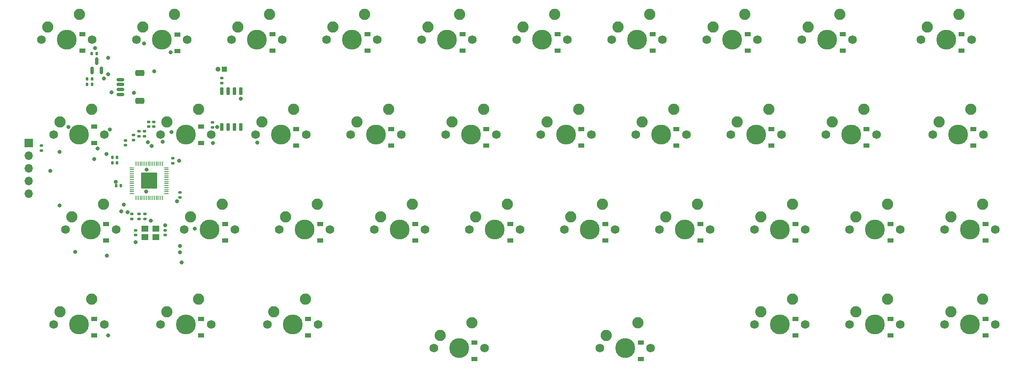
<source format=gbr>
%TF.GenerationSoftware,KiCad,Pcbnew,(6.0.7-1)-1*%
%TF.CreationDate,2022-08-08T11:53:52-04:00*%
%TF.ProjectId,shortiepie2040,73686f72-7469-4657-9069-65323034302e,rev?*%
%TF.SameCoordinates,Original*%
%TF.FileFunction,Soldermask,Bot*%
%TF.FilePolarity,Negative*%
%FSLAX46Y46*%
G04 Gerber Fmt 4.6, Leading zero omitted, Abs format (unit mm)*
G04 Created by KiCad (PCBNEW (6.0.7-1)-1) date 2022-08-08 11:53:52*
%MOMM*%
%LPD*%
G01*
G04 APERTURE LIST*
G04 Aperture macros list*
%AMRoundRect*
0 Rectangle with rounded corners*
0 $1 Rounding radius*
0 $2 $3 $4 $5 $6 $7 $8 $9 X,Y pos of 4 corners*
0 Add a 4 corners polygon primitive as box body*
4,1,4,$2,$3,$4,$5,$6,$7,$8,$9,$2,$3,0*
0 Add four circle primitives for the rounded corners*
1,1,$1+$1,$2,$3*
1,1,$1+$1,$4,$5*
1,1,$1+$1,$6,$7*
1,1,$1+$1,$8,$9*
0 Add four rect primitives between the rounded corners*
20,1,$1+$1,$2,$3,$4,$5,0*
20,1,$1+$1,$4,$5,$6,$7,0*
20,1,$1+$1,$6,$7,$8,$9,0*
20,1,$1+$1,$8,$9,$2,$3,0*%
G04 Aperture macros list end*
%ADD10C,1.750000*%
%ADD11C,2.250000*%
%ADD12C,3.987800*%
%ADD13RoundRect,0.050000X0.387500X0.050000X-0.387500X0.050000X-0.387500X-0.050000X0.387500X-0.050000X0*%
%ADD14RoundRect,0.050000X0.050000X0.387500X-0.050000X0.387500X-0.050000X-0.387500X0.050000X-0.387500X0*%
%ADD15RoundRect,0.144000X1.456000X1.456000X-1.456000X1.456000X-1.456000X-1.456000X1.456000X-1.456000X0*%
%ADD16R,1.400000X1.200000*%
%ADD17RoundRect,0.150000X0.150000X-0.587500X0.150000X0.587500X-0.150000X0.587500X-0.150000X-0.587500X0*%
%ADD18RoundRect,0.150000X-0.150000X0.650000X-0.150000X-0.650000X0.150000X-0.650000X0.150000X0.650000X0*%
%ADD19R,1.000000X1.000000*%
%ADD20O,1.000000X1.000000*%
%ADD21RoundRect,0.135000X0.185000X-0.135000X0.185000X0.135000X-0.185000X0.135000X-0.185000X-0.135000X0*%
%ADD22RoundRect,0.135000X-0.185000X0.135000X-0.185000X-0.135000X0.185000X-0.135000X0.185000X0.135000X0*%
%ADD23R,1.700000X1.700000*%
%ADD24O,1.700000X1.700000*%
%ADD25RoundRect,0.150000X-0.625000X0.150000X-0.625000X-0.150000X0.625000X-0.150000X0.625000X0.150000X0*%
%ADD26RoundRect,0.250000X-0.650000X0.350000X-0.650000X-0.350000X0.650000X-0.350000X0.650000X0.350000X0*%
%ADD27R,1.200000X0.900000*%
%ADD28RoundRect,0.140000X0.140000X0.170000X-0.140000X0.170000X-0.140000X-0.170000X0.140000X-0.170000X0*%
%ADD29RoundRect,0.140000X0.170000X-0.140000X0.170000X0.140000X-0.170000X0.140000X-0.170000X-0.140000X0*%
%ADD30RoundRect,0.140000X-0.170000X0.140000X-0.170000X-0.140000X0.170000X-0.140000X0.170000X0.140000X0*%
%ADD31C,0.800000*%
G04 APERTURE END LIST*
D10*
%TO.C,MX2*%
X61936250Y-74350000D03*
X51776250Y-74350000D03*
D11*
X53046250Y-71810000D03*
D12*
X56856250Y-74350000D03*
D11*
X59396250Y-69270000D03*
%TD*%
D13*
%TO.C,U1*%
X74387500Y-81000000D03*
X74387500Y-81400000D03*
X74387500Y-81800000D03*
X74387500Y-82200000D03*
X74387500Y-82600000D03*
X74387500Y-83000000D03*
X74387500Y-83400000D03*
X74387500Y-83800000D03*
X74387500Y-84200000D03*
X74387500Y-84600000D03*
X74387500Y-85000000D03*
X74387500Y-85400000D03*
X74387500Y-85800000D03*
X74387500Y-86200000D03*
D14*
X73550000Y-87037500D03*
X73150000Y-87037500D03*
X72750000Y-87037500D03*
X72350000Y-87037500D03*
X71950000Y-87037500D03*
X71550000Y-87037500D03*
X71150000Y-87037500D03*
X70750000Y-87037500D03*
X70350000Y-87037500D03*
X69950000Y-87037500D03*
X69550000Y-87037500D03*
X69150000Y-87037500D03*
X68750000Y-87037500D03*
X68350000Y-87037500D03*
D13*
X67512500Y-86200000D03*
X67512500Y-85800000D03*
X67512500Y-85400000D03*
X67512500Y-85000000D03*
X67512500Y-84600000D03*
X67512500Y-84200000D03*
X67512500Y-83800000D03*
X67512500Y-83400000D03*
X67512500Y-83000000D03*
X67512500Y-82600000D03*
X67512500Y-82200000D03*
X67512500Y-81800000D03*
X67512500Y-81400000D03*
X67512500Y-81000000D03*
D14*
X68350000Y-80162500D03*
X68750000Y-80162500D03*
X69150000Y-80162500D03*
X69550000Y-80162500D03*
X69950000Y-80162500D03*
X70350000Y-80162500D03*
X70750000Y-80162500D03*
X71150000Y-80162500D03*
X71550000Y-80162500D03*
X71950000Y-80162500D03*
X72350000Y-80162500D03*
X72750000Y-80162500D03*
X73150000Y-80162500D03*
X73550000Y-80162500D03*
D15*
X70950000Y-83600000D03*
%TD*%
D10*
%TO.C,MX36*%
X238148750Y-74350000D03*
X227988750Y-74350000D03*
D11*
X229258750Y-71810000D03*
D12*
X233068750Y-74350000D03*
D11*
X235608750Y-69270000D03*
%TD*%
D16*
%TO.C,Y1*%
X70100000Y-93200000D03*
X72300000Y-93200000D03*
X72300000Y-94900000D03*
X70100000Y-94900000D03*
%TD*%
D17*
%TO.C,U3*%
X61400000Y-61487500D03*
X59500000Y-61487500D03*
X60450000Y-59612500D03*
%TD*%
D18*
%TO.C,U2*%
X85495000Y-65650000D03*
X86765000Y-65650000D03*
X88035000Y-65650000D03*
X89305000Y-65650000D03*
X89305000Y-72850000D03*
X88035000Y-72850000D03*
X86765000Y-72850000D03*
X85495000Y-72850000D03*
%TD*%
D19*
%TO.C,SW1*%
X86050000Y-61250000D03*
D20*
X84780000Y-61250000D03*
%TD*%
D21*
%TO.C,R_RST1*%
X49350000Y-76540000D03*
X49350000Y-77560000D03*
%TD*%
D22*
%TO.C,R_Flash1*%
X85500000Y-62990000D03*
X85500000Y-64010000D03*
%TD*%
%TO.C,R_DATA2*%
X68900000Y-73690000D03*
X68900000Y-74710000D03*
%TD*%
%TO.C,R_DATA1*%
X70000000Y-73690000D03*
X70000000Y-74710000D03*
%TD*%
D21*
%TO.C,R_Crystal1*%
X70100000Y-91260000D03*
X70100000Y-90240000D03*
%TD*%
D10*
%TO.C,MX38*%
X240530000Y-112450000D03*
X230370000Y-112450000D03*
D11*
X231640000Y-109910000D03*
D12*
X235450000Y-112450000D03*
D11*
X237990000Y-107370000D03*
%TD*%
D10*
%TO.C,MX37*%
X240530000Y-93400000D03*
X230370000Y-93400000D03*
D11*
X231640000Y-90860000D03*
D12*
X235450000Y-93400000D03*
D11*
X237990000Y-88320000D03*
%TD*%
D10*
%TO.C,MX35*%
X235767500Y-55300000D03*
X225607500Y-55300000D03*
D11*
X226877500Y-52760000D03*
D12*
X230687500Y-55300000D03*
D11*
X233227500Y-50220000D03*
%TD*%
D10*
%TO.C,MX34*%
X221480000Y-112450000D03*
X211320000Y-112450000D03*
D11*
X212590000Y-109910000D03*
D12*
X216400000Y-112450000D03*
D11*
X218940000Y-107370000D03*
%TD*%
D10*
%TO.C,MX33*%
X221480000Y-93400000D03*
X211320000Y-93400000D03*
D11*
X212590000Y-90860000D03*
D12*
X216400000Y-93400000D03*
D11*
X218940000Y-88320000D03*
%TD*%
D10*
%TO.C,MX32*%
X216717500Y-74350000D03*
X206557500Y-74350000D03*
D11*
X207827500Y-71810000D03*
D12*
X211637500Y-74350000D03*
D11*
X214177500Y-69270000D03*
%TD*%
D10*
%TO.C,MX31*%
X211955000Y-55300000D03*
X201795000Y-55300000D03*
D11*
X203065000Y-52760000D03*
D12*
X206875000Y-55300000D03*
D11*
X209415000Y-50220000D03*
%TD*%
D10*
%TO.C,MX30*%
X202430000Y-112450000D03*
X192270000Y-112450000D03*
D11*
X193540000Y-109910000D03*
D12*
X197350000Y-112450000D03*
D11*
X199890000Y-107370000D03*
%TD*%
D10*
%TO.C,MX29*%
X202430000Y-93400000D03*
X192270000Y-93400000D03*
D11*
X193540000Y-90860000D03*
D12*
X197350000Y-93400000D03*
D11*
X199890000Y-88320000D03*
%TD*%
D10*
%TO.C,MX28*%
X197667500Y-74350000D03*
X187507500Y-74350000D03*
D11*
X188777500Y-71810000D03*
D12*
X192587500Y-74350000D03*
D11*
X195127500Y-69270000D03*
%TD*%
D10*
%TO.C,MX27*%
X192905000Y-55300000D03*
X182745000Y-55300000D03*
D11*
X184015000Y-52760000D03*
D12*
X187825000Y-55300000D03*
D11*
X190365000Y-50220000D03*
%TD*%
D10*
%TO.C,MX26*%
X183380000Y-93400000D03*
X173220000Y-93400000D03*
D11*
X174490000Y-90860000D03*
D12*
X178300000Y-93400000D03*
D11*
X180840000Y-88320000D03*
%TD*%
D10*
%TO.C,MX25*%
X178617500Y-74350000D03*
X168457500Y-74350000D03*
D11*
X169727500Y-71810000D03*
D12*
X173537500Y-74350000D03*
D11*
X176077500Y-69270000D03*
%TD*%
D10*
%TO.C,MX24*%
X173855000Y-55300000D03*
X163695000Y-55300000D03*
D11*
X164965000Y-52760000D03*
D12*
X168775000Y-55300000D03*
D11*
X171315000Y-50220000D03*
%TD*%
D10*
%TO.C,MX23*%
X171473750Y-117212500D03*
X161313750Y-117212500D03*
D11*
X162583750Y-114672500D03*
D12*
X166393750Y-117212500D03*
D11*
X168933750Y-112132500D03*
%TD*%
D10*
%TO.C,MX22*%
X164330000Y-93400000D03*
X154170000Y-93400000D03*
D11*
X155440000Y-90860000D03*
D12*
X159250000Y-93400000D03*
D11*
X161790000Y-88320000D03*
%TD*%
D10*
%TO.C,MX21*%
X159567500Y-74350000D03*
X149407500Y-74350000D03*
D11*
X150677500Y-71810000D03*
D12*
X154487500Y-74350000D03*
D11*
X157027500Y-69270000D03*
%TD*%
D10*
%TO.C,MX20*%
X154805000Y-55300000D03*
X144645000Y-55300000D03*
D11*
X145915000Y-52760000D03*
D12*
X149725000Y-55300000D03*
D11*
X152265000Y-50220000D03*
%TD*%
D10*
%TO.C,MX19*%
X138136250Y-117212500D03*
X127976250Y-117212500D03*
D11*
X129246250Y-114672500D03*
D12*
X133056250Y-117212500D03*
D11*
X135596250Y-112132500D03*
%TD*%
%TO.C,MX18*%
X142740000Y-88320000D03*
D12*
X140200000Y-93400000D03*
D11*
X136390000Y-90860000D03*
D10*
X135120000Y-93400000D03*
X145280000Y-93400000D03*
%TD*%
%TO.C,MX17*%
X140517500Y-74350000D03*
X130357500Y-74350000D03*
D11*
X131627500Y-71810000D03*
D12*
X135437500Y-74350000D03*
D11*
X137977500Y-69270000D03*
%TD*%
D10*
%TO.C,MX16*%
X135755000Y-55300000D03*
X125595000Y-55300000D03*
D11*
X126865000Y-52760000D03*
D12*
X130675000Y-55300000D03*
D11*
X133215000Y-50220000D03*
%TD*%
D10*
%TO.C,MX15*%
X126230000Y-93400000D03*
X116070000Y-93400000D03*
D11*
X117340000Y-90860000D03*
D12*
X121150000Y-93400000D03*
D11*
X123690000Y-88320000D03*
%TD*%
D10*
%TO.C,MX14*%
X121467500Y-74350000D03*
X111307500Y-74350000D03*
D11*
X112577500Y-71810000D03*
D12*
X116387500Y-74350000D03*
D11*
X118927500Y-69270000D03*
%TD*%
D10*
%TO.C,MX13*%
X116705000Y-55300000D03*
X106545000Y-55300000D03*
D11*
X107815000Y-52760000D03*
D12*
X111625000Y-55300000D03*
D11*
X114165000Y-50220000D03*
%TD*%
D10*
%TO.C,MX12*%
X104798750Y-112450000D03*
X94638750Y-112450000D03*
D11*
X95908750Y-109910000D03*
D12*
X99718750Y-112450000D03*
D11*
X102258750Y-107370000D03*
%TD*%
D10*
%TO.C,MX11*%
X107180000Y-93400000D03*
X97020000Y-93400000D03*
D11*
X98290000Y-90860000D03*
D12*
X102100000Y-93400000D03*
D11*
X104640000Y-88320000D03*
%TD*%
D10*
%TO.C,MX10*%
X102417500Y-74350000D03*
X92257500Y-74350000D03*
D11*
X93527500Y-71810000D03*
D12*
X97337500Y-74350000D03*
D11*
X99877500Y-69270000D03*
%TD*%
D10*
%TO.C,MX9*%
X97655000Y-55300000D03*
X87495000Y-55300000D03*
D11*
X88765000Y-52760000D03*
D12*
X92575000Y-55300000D03*
D11*
X95115000Y-50220000D03*
%TD*%
D10*
%TO.C,MX8*%
X83367500Y-112450000D03*
X73207500Y-112450000D03*
D11*
X74477500Y-109910000D03*
D12*
X78287500Y-112450000D03*
D11*
X80827500Y-107370000D03*
%TD*%
D10*
%TO.C,MX7*%
X88130000Y-93400000D03*
X77970000Y-93400000D03*
D11*
X79240000Y-90860000D03*
D12*
X83050000Y-93400000D03*
D11*
X85590000Y-88320000D03*
%TD*%
D10*
%TO.C,MX6*%
X83367500Y-74350000D03*
X73207500Y-74350000D03*
D11*
X74477500Y-71810000D03*
D12*
X78287500Y-74350000D03*
D11*
X80827500Y-69270000D03*
%TD*%
D10*
%TO.C,MX5*%
X78605000Y-55300000D03*
X68445000Y-55300000D03*
D11*
X69715000Y-52760000D03*
D12*
X73525000Y-55300000D03*
D11*
X76065000Y-50220000D03*
%TD*%
D10*
%TO.C,MX4*%
X61936250Y-112450000D03*
X51776250Y-112450000D03*
D11*
X53046250Y-109910000D03*
D12*
X56856250Y-112450000D03*
D11*
X59396250Y-107370000D03*
%TD*%
D10*
%TO.C,MX3*%
X64317500Y-93400000D03*
X54157500Y-93400000D03*
D11*
X55427500Y-90860000D03*
D12*
X59237500Y-93400000D03*
D11*
X61777500Y-88320000D03*
%TD*%
%TO.C,MX1*%
X57015000Y-50220000D03*
D12*
X54475000Y-55300000D03*
D11*
X50665000Y-52760000D03*
D10*
X49395000Y-55300000D03*
X59555000Y-55300000D03*
%TD*%
D23*
%TO.C,J2*%
X46800000Y-76025000D03*
D24*
X46800000Y-78565000D03*
X46800000Y-81105000D03*
X46800000Y-83645000D03*
X46800000Y-86185000D03*
%TD*%
D25*
%TO.C,J1*%
X65200000Y-63300000D03*
X65200000Y-64300000D03*
X65200000Y-65300000D03*
X65200000Y-66300000D03*
D26*
X69075000Y-67600000D03*
X69075000Y-62000000D03*
%TD*%
D27*
%TO.C,D38*%
X238550000Y-114600000D03*
X238550000Y-111300000D03*
%TD*%
%TO.C,D37*%
X238550000Y-95550000D03*
X238550000Y-92250000D03*
%TD*%
%TO.C,D36*%
X236168750Y-76500000D03*
X236168750Y-73200000D03*
%TD*%
%TO.C,D35*%
X233787500Y-57450000D03*
X233787500Y-54150000D03*
%TD*%
%TO.C,D34*%
X219500000Y-114600000D03*
X219500000Y-111300000D03*
%TD*%
%TO.C,D33*%
X219500000Y-95550000D03*
X219500000Y-92250000D03*
%TD*%
%TO.C,D32*%
X214737500Y-76500000D03*
X214737500Y-73200000D03*
%TD*%
%TO.C,D31*%
X209975000Y-57450000D03*
X209975000Y-54150000D03*
%TD*%
%TO.C,D30*%
X200450000Y-114600000D03*
X200450000Y-111300000D03*
%TD*%
%TO.C,D29*%
X200450000Y-95550000D03*
X200450000Y-92250000D03*
%TD*%
%TO.C,D28*%
X195687500Y-76500000D03*
X195687500Y-73200000D03*
%TD*%
%TO.C,D27*%
X190925000Y-57450000D03*
X190925000Y-54150000D03*
%TD*%
%TO.C,D26*%
X181400000Y-95550000D03*
X181400000Y-92250000D03*
%TD*%
%TO.C,D25*%
X176637500Y-76500000D03*
X176637500Y-73200000D03*
%TD*%
%TO.C,D24*%
X171875000Y-57450000D03*
X171875000Y-54150000D03*
%TD*%
%TO.C,D23*%
X169493750Y-119362500D03*
X169493750Y-116062500D03*
%TD*%
%TO.C,D22*%
X162350000Y-95550000D03*
X162350000Y-92250000D03*
%TD*%
%TO.C,D21*%
X157587500Y-76500000D03*
X157587500Y-73200000D03*
%TD*%
%TO.C,D20*%
X152825000Y-57450000D03*
X152825000Y-54150000D03*
%TD*%
%TO.C,D19*%
X136156250Y-119362500D03*
X136156250Y-116062500D03*
%TD*%
%TO.C,D18*%
X143300000Y-95550000D03*
X143300000Y-92250000D03*
%TD*%
%TO.C,D17*%
X138537500Y-76500000D03*
X138537500Y-73200000D03*
%TD*%
%TO.C,D16*%
X133775000Y-57450000D03*
X133775000Y-54150000D03*
%TD*%
%TO.C,D15*%
X124250000Y-95550000D03*
X124250000Y-92250000D03*
%TD*%
%TO.C,D14*%
X119487500Y-76500000D03*
X119487500Y-73200000D03*
%TD*%
%TO.C,D13*%
X114725000Y-57450000D03*
X114725000Y-54150000D03*
%TD*%
%TO.C,D12*%
X102818750Y-114600000D03*
X102818750Y-111300000D03*
%TD*%
%TO.C,D11*%
X105200000Y-95550000D03*
X105200000Y-92250000D03*
%TD*%
%TO.C,D10*%
X100437500Y-76500000D03*
X100437500Y-73200000D03*
%TD*%
%TO.C,D9*%
X95675000Y-57450000D03*
X95675000Y-54150000D03*
%TD*%
%TO.C,D8*%
X81387500Y-114600000D03*
X81387500Y-111300000D03*
%TD*%
%TO.C,D7*%
X86150000Y-95550000D03*
X86150000Y-92250000D03*
%TD*%
%TO.C,D6*%
X81387500Y-76000000D03*
X81387500Y-72700000D03*
%TD*%
%TO.C,D5*%
X76625000Y-57550000D03*
X76625000Y-54250000D03*
%TD*%
%TO.C,D4*%
X59956250Y-114600000D03*
X59956250Y-111300000D03*
%TD*%
%TO.C,D3*%
X62337500Y-95550000D03*
X62337500Y-92250000D03*
%TD*%
%TO.C,D2*%
X59956250Y-76000000D03*
X59956250Y-72700000D03*
%TD*%
%TO.C,D1*%
X57575000Y-57450000D03*
X57575000Y-54150000D03*
%TD*%
D28*
%TO.C,C_LD2*%
X59480000Y-63200000D03*
X58520000Y-63200000D03*
%TD*%
%TO.C,C_LD1*%
X60430000Y-58100000D03*
X59470000Y-58100000D03*
%TD*%
D29*
%TO.C,C_Flash1*%
X83650000Y-72880000D03*
X83650000Y-71920000D03*
%TD*%
%TO.C,C_Crystal2*%
X68200000Y-94530000D03*
X68200000Y-93570000D03*
%TD*%
D30*
%TO.C,C_Crystal1*%
X74200000Y-93570000D03*
X74200000Y-94530000D03*
%TD*%
D29*
%TO.C,C_3V-Decoup9*%
X75700000Y-80080000D03*
X75700000Y-79120000D03*
%TD*%
D30*
%TO.C,C_3V-Decoup8*%
X68950000Y-90270000D03*
X68950000Y-91230000D03*
%TD*%
D28*
%TO.C,C_3V-Decoup7*%
X64530000Y-78950000D03*
X63570000Y-78950000D03*
%TD*%
D30*
%TO.C,C_3V-Decoup6*%
X77100000Y-85970000D03*
X77100000Y-86930000D03*
%TD*%
D28*
%TO.C,C_3V-Decoup5*%
X64530000Y-80000000D03*
X63570000Y-80000000D03*
%TD*%
%TO.C,C_3V-Decoup4*%
X65280000Y-84600000D03*
X64320000Y-84600000D03*
%TD*%
D29*
%TO.C,C_3V-Decoup3*%
X70900000Y-72730000D03*
X70900000Y-71770000D03*
%TD*%
%TO.C,C_3V-Decoup2*%
X66200000Y-76480000D03*
X66200000Y-75520000D03*
%TD*%
D28*
%TO.C,C_3V-Decoup1*%
X59480000Y-64250000D03*
X58520000Y-64250000D03*
%TD*%
D30*
%TO.C,C_1V-Decoup3*%
X67450000Y-90270000D03*
X67450000Y-91230000D03*
%TD*%
D29*
%TO.C,C_1V-Decoup2*%
X71900000Y-71770000D03*
X71900000Y-72730000D03*
%TD*%
%TO.C,C_1V-Decoup1*%
X67800000Y-75410000D03*
X67800000Y-74450000D03*
%TD*%
D31*
X73650000Y-75800000D03*
X65355000Y-89745000D03*
X77100000Y-96700000D03*
X62750000Y-114600000D03*
X62500000Y-98650000D03*
X77450000Y-100000000D03*
X54750000Y-72800000D03*
X60655750Y-77146910D03*
X92600000Y-75950000D03*
X77150000Y-97950000D03*
X56150000Y-97850000D03*
X51150000Y-81650000D03*
X59956250Y-79225140D03*
X80100000Y-93250000D03*
X83750000Y-76000000D03*
X71950000Y-61600000D03*
X69950000Y-56050000D03*
X53000000Y-88600000D03*
X53000000Y-77800000D03*
X65849500Y-88402094D03*
X75400000Y-73800000D03*
X84550000Y-72850000D03*
X89300000Y-67150000D03*
X75250000Y-57800000D03*
X60150000Y-56950000D03*
X66600000Y-89950000D03*
X71250000Y-91650000D03*
X74200000Y-92550000D03*
X68200000Y-95950000D03*
X64300000Y-83800000D03*
X63050000Y-73330000D03*
X70700000Y-75850000D03*
X71500000Y-76650000D03*
X63400000Y-65850000D03*
X67900000Y-65950000D03*
X62700000Y-62250000D03*
X62700000Y-58950000D03*
X61900000Y-63100000D03*
X62400000Y-78250000D03*
X76950000Y-79550000D03*
X70350000Y-85800000D03*
X70400000Y-81350000D03*
X76500000Y-87700000D03*
M02*

</source>
